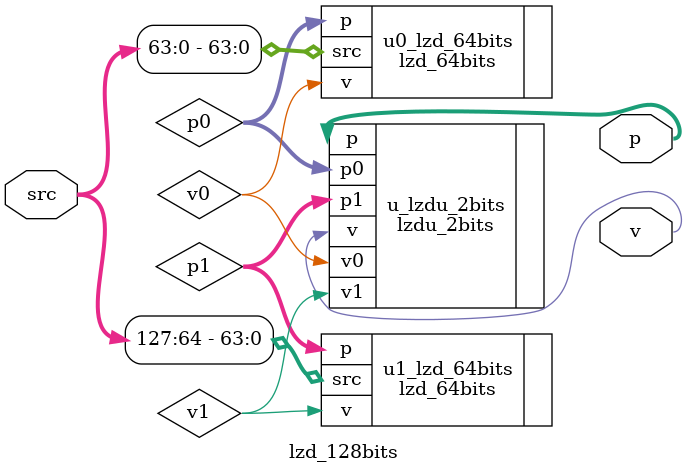
<source format=v>
module lzd_128bits(

    input   [127:0]	src,
	output  [6  :0]	p  ,
	output			v
);

wire	[5	:0]	p0, p1;
wire			v0, v1;

lzd_64bits u0_lzd_64bits(

    .src(src[63:0]	),
	.p  (p0			),
	.v  (v0			)
);

lzd_64bits u1_lzd_64bits(

    .src(src[127:64]),
	.p  (p1			),
	.v  (v1			)
);

lzdu_2bits #(7) u_lzdu_2bits(

    .p0(p0	),
	.p1(p1	),
	.v0(v0	),
	.v1(v1	),
	.p (p	),
	.v (v	)
);


endmodule

</source>
